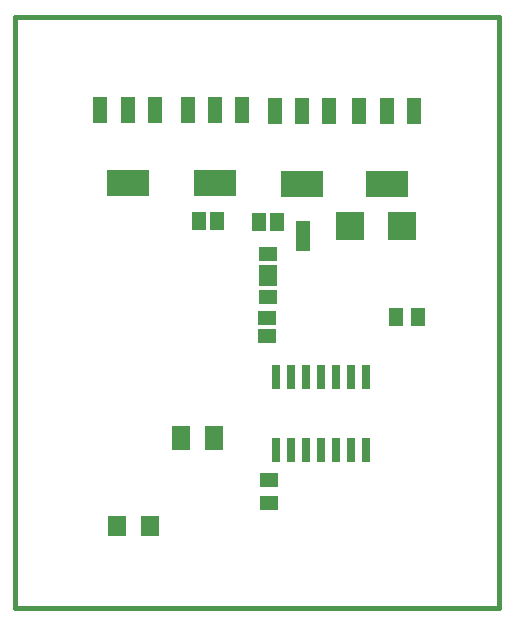
<source format=gbp>
G75*
%MOIN*%
%OFA0B0*%
%FSLAX24Y24*%
%IPPOS*%
%LPD*%
%AMOC8*
5,1,8,0,0,1.08239X$1,22.5*
%
%ADD10C,0.0160*%
%ADD11R,0.0480X0.0880*%
%ADD12R,0.1417X0.0866*%
%ADD13R,0.0630X0.0787*%
%ADD14R,0.0512X0.0591*%
%ADD15R,0.0500X0.1000*%
%ADD16R,0.0630X0.0709*%
%ADD17R,0.0260X0.0800*%
%ADD18R,0.0591X0.0512*%
%ADD19R,0.0460X0.0630*%
%ADD20R,0.0630X0.0460*%
%ADD21R,0.0945X0.0945*%
D10*
X001046Y000180D02*
X017188Y000180D01*
X017188Y019865D01*
X001046Y019865D01*
X001046Y000180D01*
D11*
X003900Y016778D03*
X004810Y016778D03*
X005719Y016778D03*
X006817Y016762D03*
X007727Y016762D03*
X008637Y016762D03*
X009719Y016747D03*
X010628Y016747D03*
X011538Y016747D03*
X012534Y016747D03*
X013443Y016747D03*
X014353Y016747D03*
D12*
X013443Y014306D03*
X010628Y014306D03*
X007727Y014322D03*
X004810Y014338D03*
D13*
X006576Y005840D03*
X007679Y005840D03*
D14*
X013752Y009865D03*
X014500Y009865D03*
D15*
X010662Y012583D03*
D16*
X005556Y002920D03*
X004454Y002920D03*
D17*
X009750Y005443D03*
X010250Y005443D03*
X010750Y005443D03*
X011250Y005443D03*
X011750Y005443D03*
X012250Y005443D03*
X012750Y005443D03*
X012750Y007863D03*
X012250Y007863D03*
X011750Y007863D03*
X011250Y007863D03*
X010750Y007863D03*
X010250Y007863D03*
X009750Y007863D03*
D18*
X009517Y004433D03*
X009517Y003685D03*
D19*
X009798Y013037D03*
X009198Y013037D03*
X007787Y013068D03*
X007187Y013068D03*
D20*
X009484Y011955D03*
X009484Y011355D03*
X009484Y011128D03*
X009484Y010528D03*
X009471Y009845D03*
X009471Y009245D03*
D21*
X012215Y012890D03*
X013947Y012890D03*
M02*

</source>
